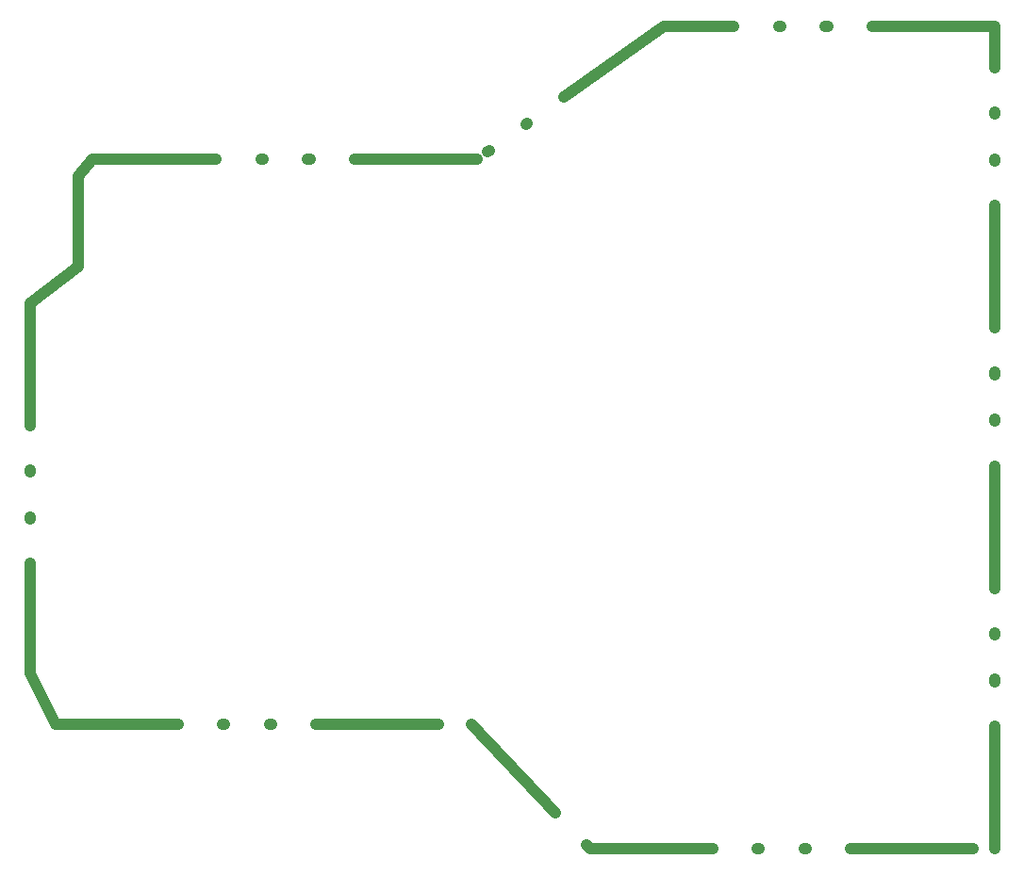
<source format=gm1>
G04 #@! TF.GenerationSoftware,KiCad,Pcbnew,9.99.0-4546-gb76221958b*
G04 #@! TF.CreationDate,2026-01-23T23:00:34+05:00*
G04 #@! TF.ProjectId,Transmitter board,5472616e-736d-4697-9474-657220626f61,rev?*
G04 #@! TF.SameCoordinates,Original*
G04 #@! TF.FileFunction,Profile,NP*
%FSLAX46Y46*%
G04 Gerber Fmt 4.6, Leading zero omitted, Abs format (unit mm)*
G04 Created by KiCad (PCBNEW 9.99.0-4546-gb76221958b) date 2026-01-23 23:00:34*
%MOMM*%
%LPD*%
G01*
G04 APERTURE LIST*
G04 #@! TA.AperFunction,Profile*
%ADD10C,1.000000*%
G04 #@! TD*
G04 APERTURE END LIST*
D10*
X28956000Y-70612000D02*
X31242000Y-75184000D01*
X31242000Y-75184000D02*
X42242000Y-75184000D01*
X46242000Y-75184000D02*
X46442000Y-75184000D01*
X50442000Y-75184000D02*
X50642000Y-75184000D01*
X54642000Y-75184000D02*
X65642000Y-75184000D01*
X68580000Y-75184000D02*
X76175233Y-83140911D01*
X78937136Y-86034333D02*
X79075231Y-86179004D01*
X79248000Y-86360000D02*
X90248000Y-86360000D01*
X94248000Y-86360000D02*
X94448000Y-86360000D01*
X98448000Y-86360000D02*
X98648000Y-86360000D01*
X102648000Y-86360000D02*
X113648000Y-86360000D01*
X115570000Y-86360000D02*
X115570000Y-75360000D01*
X115570000Y-71360000D02*
X115570000Y-71160000D01*
X115570000Y-67160000D02*
X115570000Y-66960000D01*
X115570000Y-62960000D02*
X115570000Y-51960000D01*
X115570000Y-47960000D02*
X115570000Y-47760000D01*
X115570000Y-43760000D02*
X115570000Y-43560000D01*
X115570000Y-39560000D02*
X115570000Y-28560000D01*
X115570000Y-24560000D02*
X115570000Y-24360000D01*
X115570000Y-20360000D02*
X115570000Y-20160000D01*
X115570000Y-16160000D02*
X115570000Y-12446000D01*
X115570000Y-12446000D02*
X104570000Y-12446000D01*
X100570000Y-12446000D02*
X100370000Y-12446000D01*
X96370000Y-12446000D02*
X96170000Y-12446000D01*
X92170000Y-12446000D02*
X85852000Y-12446000D01*
X85852000Y-12446000D02*
X76891768Y-18826771D01*
X73633502Y-21147052D02*
X73470588Y-21263066D01*
X70212322Y-23583346D02*
X70049409Y-23699360D01*
X69088000Y-24384000D02*
X58088000Y-24384000D01*
X54088000Y-24384000D02*
X53888000Y-24384000D01*
X49888000Y-24384000D02*
X49688000Y-24384000D01*
X45688000Y-24384000D02*
X34688000Y-24384000D01*
X34544000Y-24384000D02*
X33274001Y-25908000D01*
X33274000Y-25908000D02*
X33274000Y-34036000D01*
X33274000Y-34036000D02*
X28956000Y-37338000D01*
X28956000Y-37338000D02*
X28956000Y-48338000D01*
X28956000Y-52338000D02*
X28956000Y-52538000D01*
X28956000Y-56538000D02*
X28956000Y-56738000D01*
X28956000Y-60738000D02*
X28956000Y-70612000D01*
M02*

</source>
